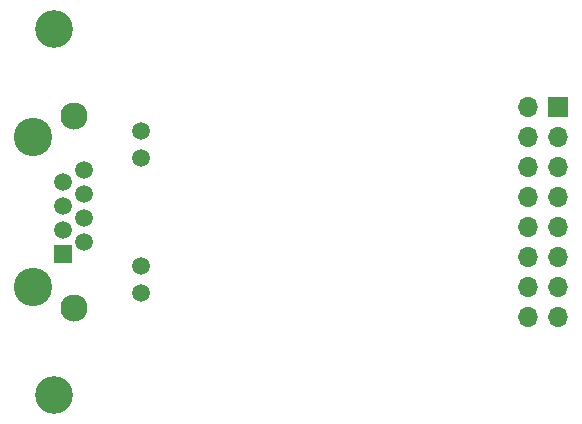
<source format=gbr>
G04 #@! TF.GenerationSoftware,KiCad,Pcbnew,7.0.2-6a45011f42~172~ubuntu22.04.1*
G04 #@! TF.CreationDate,2023-06-19T14:24:24-04:00*
G04 #@! TF.ProjectId,differential_encoder_encoder,64696666-6572-4656-9e74-69616c5f656e,rev?*
G04 #@! TF.SameCoordinates,Original*
G04 #@! TF.FileFunction,Soldermask,Bot*
G04 #@! TF.FilePolarity,Negative*
%FSLAX46Y46*%
G04 Gerber Fmt 4.6, Leading zero omitted, Abs format (unit mm)*
G04 Created by KiCad (PCBNEW 7.0.2-6a45011f42~172~ubuntu22.04.1) date 2023-06-19 14:24:24*
%MOMM*%
%LPD*%
G01*
G04 APERTURE LIST*
%ADD10C,3.250000*%
%ADD11R,1.500000X1.500000*%
%ADD12C,1.500000*%
%ADD13C,2.300000*%
%ADD14C,3.200000*%
%ADD15R,1.700000X1.700000*%
%ADD16O,1.700000X1.700000*%
G04 APERTURE END LIST*
D10*
G04 #@! TO.C,J101*
X147572000Y-72132000D03*
X147572000Y-59432000D03*
D11*
X150112000Y-69342000D03*
D12*
X151892000Y-68326000D03*
X150112000Y-67310000D03*
X151892000Y-66294000D03*
X150112000Y-65278000D03*
X151892000Y-64262000D03*
X150112000Y-63246000D03*
X151892000Y-62230000D03*
X156712000Y-72642000D03*
X156712000Y-70352000D03*
X156712000Y-61212000D03*
X156712000Y-58922000D03*
D13*
X151002000Y-73912000D03*
X151002000Y-57652000D03*
G04 #@! TD*
D14*
G04 #@! TO.C,REF\u002A\u002A*
X149352000Y-50292000D03*
G04 #@! TD*
G04 #@! TO.C,REF\u002A\u002A*
X149352000Y-81280000D03*
G04 #@! TD*
D15*
G04 #@! TO.C,J102*
X192024000Y-56896000D03*
D16*
X189484000Y-56896000D03*
X192024000Y-59436000D03*
X189484000Y-59436000D03*
X192024000Y-61976000D03*
X189484000Y-61976000D03*
X192024000Y-64516000D03*
X189484000Y-64516000D03*
X192024000Y-67056000D03*
X189484000Y-67056000D03*
X192024000Y-69596000D03*
X189484000Y-69596000D03*
X192024000Y-72136000D03*
X189484000Y-72136000D03*
X192024000Y-74676000D03*
X189484000Y-74676000D03*
G04 #@! TD*
M02*

</source>
